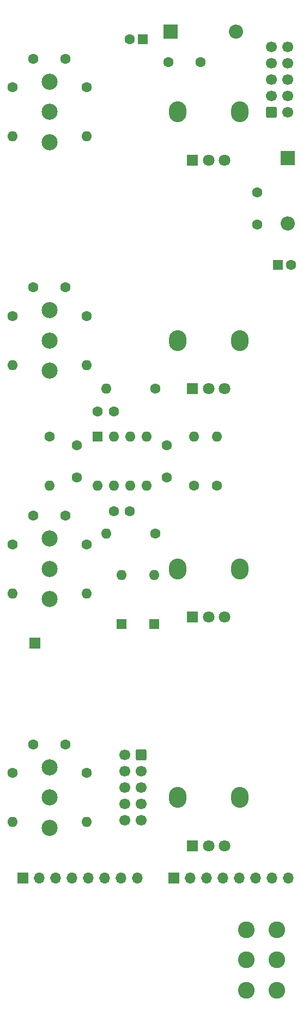
<source format=gbs>
%TF.GenerationSoftware,KiCad,Pcbnew,8.0.5*%
%TF.CreationDate,2024-12-03T21:36:34+01:00*%
%TF.ProjectId,DMH_Mixer_PCB,444d485f-4d69-4786-9572-5f5043422e6b,1*%
%TF.SameCoordinates,Original*%
%TF.FileFunction,Soldermask,Bot*%
%TF.FilePolarity,Negative*%
%FSLAX46Y46*%
G04 Gerber Fmt 4.6, Leading zero omitted, Abs format (unit mm)*
G04 Created by KiCad (PCBNEW 8.0.5) date 2024-12-03 21:36:34*
%MOMM*%
%LPD*%
G01*
G04 APERTURE LIST*
G04 Aperture macros list*
%AMRoundRect*
0 Rectangle with rounded corners*
0 $1 Rounding radius*
0 $2 $3 $4 $5 $6 $7 $8 $9 X,Y pos of 4 corners*
0 Add a 4 corners polygon primitive as box body*
4,1,4,$2,$3,$4,$5,$6,$7,$8,$9,$2,$3,0*
0 Add four circle primitives for the rounded corners*
1,1,$1+$1,$2,$3*
1,1,$1+$1,$4,$5*
1,1,$1+$1,$6,$7*
1,1,$1+$1,$8,$9*
0 Add four rect primitives between the rounded corners*
20,1,$1+$1,$2,$3,$4,$5,0*
20,1,$1+$1,$4,$5,$6,$7,0*
20,1,$1+$1,$6,$7,$8,$9,0*
20,1,$1+$1,$8,$9,$2,$3,0*%
G04 Aperture macros list end*
%ADD10O,2.720000X3.240000*%
%ADD11R,1.800000X1.800000*%
%ADD12C,1.800000*%
%ADD13C,2.500000*%
%ADD14C,2.600000*%
%ADD15R,1.700000X1.700000*%
%ADD16R,1.600000X1.600000*%
%ADD17O,1.600000X1.600000*%
%ADD18RoundRect,0.250000X0.600000X0.600000X-0.600000X0.600000X-0.600000X-0.600000X0.600000X-0.600000X0*%
%ADD19C,1.700000*%
%ADD20R,2.200000X2.200000*%
%ADD21O,2.200000X2.200000*%
%ADD22C,1.600000*%
%ADD23RoundRect,0.250000X-0.600000X-0.600000X0.600000X-0.600000X0.600000X0.600000X-0.600000X0.600000X0*%
%ADD24O,1.700000X1.700000*%
G04 APERTURE END LIST*
D10*
%TO.C,RV4*%
X78450000Y-165000000D03*
X88050000Y-165000000D03*
D11*
X80750000Y-172500000D03*
D12*
X83250000Y-172500000D03*
X85750000Y-172500000D03*
%TD*%
D13*
%TO.C,SW2*%
X58500000Y-98700000D03*
X58500000Y-94000000D03*
X58500000Y-89300000D03*
%TD*%
%TO.C,SW3*%
X58500000Y-134200000D03*
X58500000Y-129500000D03*
X58500000Y-124800000D03*
%TD*%
%TO.C,SW1*%
X58500000Y-63200000D03*
X58500000Y-58500000D03*
X58500000Y-53800000D03*
%TD*%
%TO.C,SW4*%
X58500000Y-169700000D03*
X58500000Y-165000000D03*
X58500000Y-160300000D03*
%TD*%
D14*
%TO.C,SW5*%
X89125000Y-194950000D03*
X89125000Y-190250000D03*
X89125000Y-185550000D03*
X93875000Y-194950000D03*
X93875000Y-190250000D03*
X93875000Y-185550000D03*
%TD*%
D10*
%TO.C,RV2*%
X78450000Y-94000000D03*
X88050000Y-94000000D03*
D11*
X80750000Y-101500000D03*
D12*
X83250000Y-101500000D03*
X85750000Y-101500000D03*
%TD*%
D15*
%TO.C,J0*%
X56250000Y-141000000D03*
%TD*%
D10*
%TO.C,RV3*%
X78450000Y-129500000D03*
X88050000Y-129500000D03*
D11*
X80750000Y-137000000D03*
D12*
X83250000Y-137000000D03*
X85750000Y-137000000D03*
%TD*%
D10*
%TO.C,RV1*%
X78450000Y-58500000D03*
X88050000Y-58500000D03*
D11*
X80750000Y-66000000D03*
D12*
X83250000Y-66000000D03*
X85750000Y-66000000D03*
%TD*%
D16*
%TO.C,D4*%
X74750000Y-138060000D03*
D17*
X74750000Y-130440000D03*
%TD*%
D18*
%TO.C,J200*%
X72752500Y-158340000D03*
D19*
X72752500Y-160880000D03*
X72752500Y-163420000D03*
X72752500Y-165960000D03*
X72752500Y-168500000D03*
X70212500Y-158340000D03*
X70212500Y-160880000D03*
X70212500Y-163420000D03*
X70212500Y-165960000D03*
X70212500Y-168500000D03*
%TD*%
D20*
%TO.C,D1*%
X77340000Y-46000000D03*
D21*
X87500000Y-46000000D03*
%TD*%
D22*
%TO.C,R7*%
X64250000Y-161190000D03*
D17*
X64250000Y-168810000D03*
%TD*%
D22*
%TO.C,C12*%
X71000000Y-120500000D03*
X68500000Y-120500000D03*
%TD*%
D23*
%TO.C,J100*%
X92960000Y-58580000D03*
D19*
X95500000Y-58580000D03*
X92960000Y-56040000D03*
X95500000Y-56040000D03*
X92960000Y-53500000D03*
X95500000Y-53500000D03*
X92960000Y-50960000D03*
X95500000Y-50960000D03*
X92960000Y-48420000D03*
X95500000Y-48420000D03*
%TD*%
D20*
%TO.C,D2*%
X95500000Y-65670000D03*
D21*
X95500000Y-75830000D03*
%TD*%
D15*
%TO.C,J50*%
X77875000Y-177500000D03*
D24*
X80415000Y-177500000D03*
X82955000Y-177500000D03*
X85495000Y-177500000D03*
X88035000Y-177500000D03*
X90575000Y-177500000D03*
X93115000Y-177500000D03*
X95655000Y-177500000D03*
%TD*%
D22*
%TO.C,R8*%
X52750000Y-161190000D03*
D17*
X52750000Y-168810000D03*
%TD*%
D22*
%TO.C,R9*%
X75000000Y-101500000D03*
D17*
X67380000Y-101500000D03*
%TD*%
D22*
%TO.C,R12*%
X75000000Y-124000000D03*
D17*
X67380000Y-124000000D03*
%TD*%
D22*
%TO.C,R13*%
X84500000Y-116560000D03*
D17*
X84500000Y-108940000D03*
%TD*%
D22*
%TO.C,R4*%
X52750000Y-90190000D03*
D17*
X52750000Y-97810000D03*
%TD*%
D22*
%TO.C,R1*%
X64250000Y-54690000D03*
D17*
X64250000Y-62310000D03*
%TD*%
D22*
%TO.C,C10*%
X61000000Y-156750000D03*
X56000000Y-156750000D03*
%TD*%
%TO.C,C8*%
X61000000Y-85750000D03*
X56000000Y-85750000D03*
%TD*%
%TO.C,R5*%
X64250000Y-125690000D03*
D17*
X64250000Y-133310000D03*
%TD*%
D22*
%TO.C,R2*%
X52750000Y-54690000D03*
D17*
X52750000Y-62310000D03*
%TD*%
D16*
%TO.C,D3*%
X69750000Y-138060000D03*
D17*
X69750000Y-130440000D03*
%TD*%
D16*
%TO.C,C1*%
X73000000Y-47250000D03*
D22*
X71000000Y-47250000D03*
%TD*%
%TO.C,R10*%
X58500000Y-108940000D03*
D17*
X58500000Y-116560000D03*
%TD*%
D22*
%TO.C,R3*%
X64250000Y-90190000D03*
D17*
X64250000Y-97810000D03*
%TD*%
D22*
%TO.C,C3*%
X77000000Y-50750000D03*
X82000000Y-50750000D03*
%TD*%
%TO.C,R11*%
X81000000Y-116560000D03*
D17*
X81000000Y-108940000D03*
%TD*%
D22*
%TO.C,C6*%
X76750000Y-115250000D03*
X76750000Y-110250000D03*
%TD*%
%TO.C,C4*%
X90750000Y-71000000D03*
X90750000Y-76000000D03*
%TD*%
%TO.C,C11*%
X68500000Y-105000000D03*
X66000000Y-105000000D03*
%TD*%
%TO.C,R6*%
X52750000Y-125690000D03*
D17*
X52750000Y-133310000D03*
%TD*%
D16*
%TO.C,U1*%
X65950000Y-108950000D03*
D17*
X68490000Y-108950000D03*
X71030000Y-108950000D03*
X73570000Y-108950000D03*
X73570000Y-116570000D03*
X71030000Y-116570000D03*
X68490000Y-116570000D03*
X65950000Y-116570000D03*
%TD*%
D15*
%TO.C,J60*%
X54380000Y-177500000D03*
D24*
X56920000Y-177500000D03*
X59460000Y-177500000D03*
X62000000Y-177500000D03*
X64540000Y-177500000D03*
X67080000Y-177500000D03*
X69620000Y-177500000D03*
X72160000Y-177500000D03*
%TD*%
D22*
%TO.C,C5*%
X62750000Y-115250000D03*
X62750000Y-110250000D03*
%TD*%
%TO.C,C9*%
X61000000Y-121250000D03*
X56000000Y-121250000D03*
%TD*%
%TO.C,C7*%
X61000000Y-50250000D03*
X56000000Y-50250000D03*
%TD*%
D16*
%TO.C,C2*%
X94000000Y-82250000D03*
D22*
X96000000Y-82250000D03*
%TD*%
M02*

</source>
